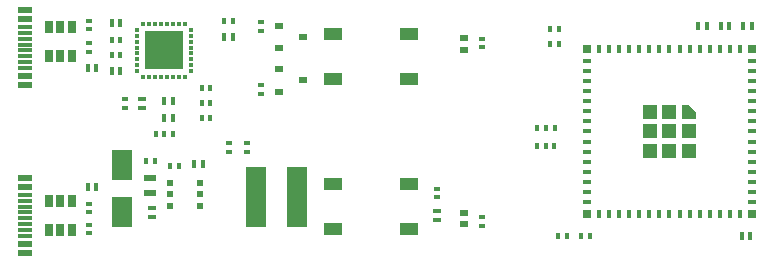
<source format=gtp>
G04*
G04 #@! TF.GenerationSoftware,Altium Limited,Altium Designer,24.8.2 (39)*
G04*
G04 Layer_Color=8421504*
%FSLAX25Y25*%
%MOIN*%
G70*
G04*
G04 #@! TF.SameCoordinates,F7F922D7-4A05-4516-83E6-AC950D0B5F56*
G04*
G04*
G04 #@! TF.FilePolarity,Positive*
G04*
G01*
G75*
%ADD16R,0.01575X0.02362*%
%ADD17R,0.01181X0.01772*%
%ADD18R,0.01772X0.01181*%
%ADD19R,0.12598X0.12598*%
%ADD20R,0.02756X0.02362*%
%ADD21R,0.01575X0.03150*%
%ADD22R,0.01417X0.02362*%
%ADD23R,0.02362X0.01417*%
%ADD24R,0.06693X0.09843*%
%ADD25R,0.02362X0.01968*%
%ADD26R,0.02362X0.01575*%
%ADD27R,0.03150X0.01575*%
%ADD28R,0.06693X0.20472*%
%ADD29R,0.01575X0.03150*%
%ADD30R,0.03150X0.02362*%
%ADD31R,0.04528X0.01173*%
%ADD32R,0.03150X0.03150*%
%ADD33R,0.04724X0.04724*%
%ADD34R,0.04724X0.04724*%
%ADD35R,0.06299X0.03937*%
%ADD36R,0.02756X0.03937*%
%ADD37R,0.04528X0.02323*%
%ADD38R,0.03937X0.01968*%
G36*
X248361Y56496D02*
Y54134D01*
X243637D01*
Y58858D01*
X245999D01*
X248361Y56496D01*
D02*
G37*
D16*
X53547Y75500D02*
D03*
X56500D02*
D03*
X53547Y80500D02*
D03*
X56500D02*
D03*
X195300Y51300D02*
D03*
X198253D02*
D03*
X201205D02*
D03*
X198253D02*
D03*
X201176Y45200D02*
D03*
X198224D02*
D03*
X195271D02*
D03*
X198224D02*
D03*
X90949Y86945D02*
D03*
X93902D02*
D03*
X74100Y49000D02*
D03*
X71147D02*
D03*
X68195D02*
D03*
X71147D02*
D03*
X76000Y38500D02*
D03*
X67976Y40000D02*
D03*
X83524Y64500D02*
D03*
X205453Y15000D02*
D03*
X212953D02*
D03*
X210000D02*
D03*
X202500D02*
D03*
X202624Y79000D02*
D03*
X202600Y84000D02*
D03*
X73047Y38500D02*
D03*
X199647Y84000D02*
D03*
X199671Y79000D02*
D03*
X65024Y40000D02*
D03*
X86476Y64500D02*
D03*
D17*
X71984Y68024D02*
D03*
X75921D02*
D03*
X73953Y85937D02*
D03*
X70016D02*
D03*
X68047D02*
D03*
X66079D02*
D03*
X64110D02*
D03*
X77890D02*
D03*
X68047Y68024D02*
D03*
X64110D02*
D03*
X70016D02*
D03*
X77890D02*
D03*
X71984Y85937D02*
D03*
X66079Y68024D02*
D03*
X73953D02*
D03*
X75921Y85937D02*
D03*
D18*
X62063Y83890D02*
D03*
Y81921D02*
D03*
Y77984D02*
D03*
Y76016D02*
D03*
X79937Y70110D02*
D03*
Y74047D02*
D03*
Y76016D02*
D03*
Y77984D02*
D03*
X62063Y70110D02*
D03*
X79937Y81921D02*
D03*
X62063Y72079D02*
D03*
Y74047D02*
D03*
X79937Y72079D02*
D03*
Y83890D02*
D03*
Y79953D02*
D03*
X62063D02*
D03*
D19*
X71000Y77000D02*
D03*
D20*
X171000Y19000D02*
D03*
Y22740D02*
D03*
Y77260D02*
D03*
Y81000D02*
D03*
D21*
X266476Y15000D02*
D03*
X263524D02*
D03*
X91037Y81345D02*
D03*
X93990D02*
D03*
X71100Y60000D02*
D03*
X74053D02*
D03*
X71124Y54476D02*
D03*
X74076D02*
D03*
X266953Y85000D02*
D03*
X249024D02*
D03*
X259476D02*
D03*
X53524Y86000D02*
D03*
X48476Y71000D02*
D03*
X53547Y70000D02*
D03*
X81000Y39000D02*
D03*
X48476Y31500D02*
D03*
X56476Y86000D02*
D03*
X45524Y31500D02*
D03*
Y71000D02*
D03*
X264000Y85000D02*
D03*
X256524D02*
D03*
X251976D02*
D03*
X56500Y70000D02*
D03*
X83953Y39000D02*
D03*
D22*
X83547Y54500D02*
D03*
X86500D02*
D03*
X86476Y59500D02*
D03*
X83524D02*
D03*
D23*
X162000Y30976D02*
D03*
Y28024D02*
D03*
X103500Y62524D02*
D03*
Y65476D02*
D03*
Y83524D02*
D03*
Y86476D02*
D03*
X92700Y43247D02*
D03*
Y46200D02*
D03*
D24*
X57000Y38874D02*
D03*
Y23126D02*
D03*
D25*
X82921Y32740D02*
D03*
X73079D02*
D03*
X82921Y25260D02*
D03*
X73079D02*
D03*
X82921Y29000D02*
D03*
X73079D02*
D03*
D26*
X98700Y43247D02*
D03*
X46000Y18976D02*
D03*
Y25976D02*
D03*
Y79476D02*
D03*
Y86976D02*
D03*
X177000Y21476D02*
D03*
Y80976D02*
D03*
X58100Y60776D02*
D03*
X46000Y76524D02*
D03*
Y84024D02*
D03*
X98700Y46200D02*
D03*
X46000Y23024D02*
D03*
Y16024D02*
D03*
X177000Y78024D02*
D03*
Y18524D02*
D03*
X58100Y57824D02*
D03*
D27*
X67000Y21524D02*
D03*
Y24476D02*
D03*
X63600Y60753D02*
D03*
X211944Y26575D02*
D03*
Y36614D02*
D03*
Y29921D02*
D03*
Y33268D02*
D03*
Y39961D02*
D03*
Y43307D02*
D03*
Y53347D02*
D03*
Y56693D02*
D03*
Y60039D02*
D03*
Y63386D02*
D03*
Y66732D02*
D03*
Y70079D02*
D03*
Y73425D02*
D03*
X267062D02*
D03*
Y70079D02*
D03*
Y63386D02*
D03*
Y60039D02*
D03*
Y66732D02*
D03*
Y53347D02*
D03*
Y56693D02*
D03*
Y33268D02*
D03*
Y50000D02*
D03*
Y46654D02*
D03*
Y39961D02*
D03*
Y36614D02*
D03*
Y43307D02*
D03*
Y29921D02*
D03*
Y26575D02*
D03*
X162000Y20524D02*
D03*
X63600Y57800D02*
D03*
X211944Y46654D02*
D03*
Y50000D02*
D03*
X162000Y23476D02*
D03*
D28*
X101710Y28100D02*
D03*
X115490D02*
D03*
D29*
X242849Y22441D02*
D03*
X246196D02*
D03*
X259582D02*
D03*
X249542D02*
D03*
X239503D02*
D03*
X236157D02*
D03*
X232810D02*
D03*
X229464D02*
D03*
X226117D02*
D03*
X222771D02*
D03*
X219424D02*
D03*
X216078D02*
D03*
Y77559D02*
D03*
X219424D02*
D03*
X222771D02*
D03*
X226117D02*
D03*
X229464D02*
D03*
X232810D02*
D03*
X236157D02*
D03*
X239503D02*
D03*
X242849D02*
D03*
X246196D02*
D03*
X249542D02*
D03*
X252889D02*
D03*
X262928D02*
D03*
X259582D02*
D03*
X256235Y22441D02*
D03*
X252889D02*
D03*
X262928D02*
D03*
X256235Y77559D02*
D03*
D30*
X109324Y63272D02*
D03*
Y85228D02*
D03*
Y70728D02*
D03*
Y77772D02*
D03*
X117276Y67012D02*
D03*
Y81512D02*
D03*
D31*
X24764Y15118D02*
D03*
Y26929D02*
D03*
Y71102D02*
D03*
Y82913D02*
D03*
Y22992D02*
D03*
Y19055D02*
D03*
Y21024D02*
D03*
Y24961D02*
D03*
Y78976D02*
D03*
Y75039D02*
D03*
Y77008D02*
D03*
Y80945D02*
D03*
Y73071D02*
D03*
Y84882D02*
D03*
Y17087D02*
D03*
Y28898D02*
D03*
D32*
X267062Y77559D02*
D03*
X211944D02*
D03*
X267062Y22441D02*
D03*
X211944D02*
D03*
D33*
X239503Y56496D02*
D03*
X233007D02*
D03*
X245999Y43504D02*
D03*
X239503Y50000D02*
D03*
X233007D02*
D03*
X239503Y43504D02*
D03*
X233007D02*
D03*
D34*
X245999Y50000D02*
D03*
D35*
X152598Y82480D02*
D03*
X127402D02*
D03*
Y32480D02*
D03*
X152598D02*
D03*
Y17520D02*
D03*
X127402D02*
D03*
X152598Y67520D02*
D03*
X127402D02*
D03*
D36*
X36500Y75276D02*
D03*
Y17276D02*
D03*
X40240Y26724D02*
D03*
X32760D02*
D03*
X40240Y84724D02*
D03*
X32760D02*
D03*
X36500Y26724D02*
D03*
Y84724D02*
D03*
X32760Y17276D02*
D03*
X40240D02*
D03*
X32760Y75276D02*
D03*
X40240D02*
D03*
D37*
X24764Y90591D02*
D03*
Y65394D02*
D03*
Y34606D02*
D03*
Y9409D02*
D03*
Y31457D02*
D03*
Y12559D02*
D03*
Y87441D02*
D03*
Y68543D02*
D03*
D38*
X66500Y34559D02*
D03*
Y29441D02*
D03*
M02*

</source>
